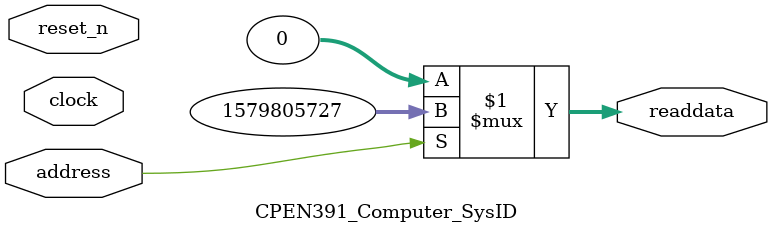
<source format=v>



// synthesis translate_off
`timescale 1ns / 1ps
// synthesis translate_on

// turn off superfluous verilog processor warnings 
// altera message_level Level1 
// altera message_off 10034 10035 10036 10037 10230 10240 10030 

module CPEN391_Computer_SysID (
               // inputs:
                address,
                clock,
                reset_n,

               // outputs:
                readdata
             )
;

  output  [ 31: 0] readdata;
  input            address;
  input            clock;
  input            reset_n;

  wire    [ 31: 0] readdata;
  //control_slave, which is an e_avalon_slave
  assign readdata = address ? 1579805727 : 0;

endmodule



</source>
